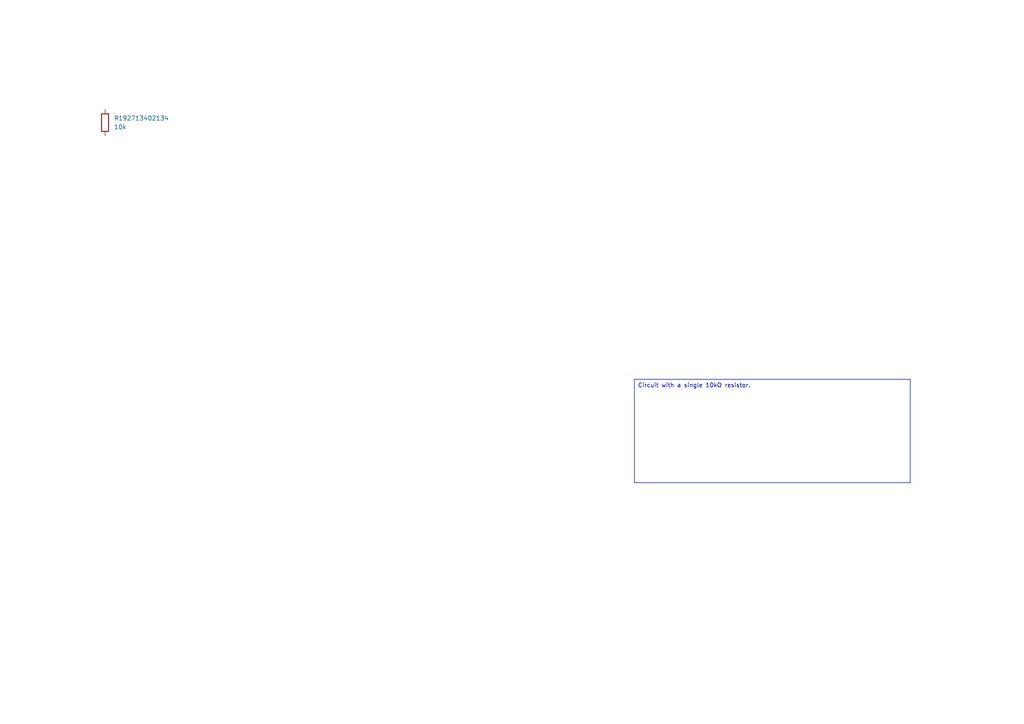
<source format=kicad_sch>
(kicad_sch (version 20250114) (generator "circuit_synth") (generator_version "0.8.36")
  (paper "A4")
  (lib_symbols
    (symbol "Device:R" (pin_numbers (hide yes)) (pin_names (offset 0))
      (property "Reference" "R" (at 2.032 0 90))
      (property "Value" "R" (at 0 0 90))
      (symbol "R_0_1"
        (rectangle (start -1.016 -2.54) (end 1.016 2.54) (stroke (width 0.254)))
      )
      (symbol "R_1_1"
        (pin passive line (at 0 3.81 270) (length 1.27) (name "~") (number "1"))
        (pin passive line (at 0 -3.81 90) (length 1.27) (name "~") (number "2"))
      )
    )
  )
  (symbol (lib_id "Device:R") (at 30.48 35.56 0) (unit 1)
    (property "Reference" "R192713402134" (at 33.02 34.2899 0) (effects (justify left)))
    (property "Value" "10k" (at 33.02 36.8299 0) (effects (justify left)))
    (property "Footprint" "Resistor_SMD:R_0603_1608Metric" (effects (hide yes)))
    (property "hierarchy_path" "/c9f4f9cc-6b20-4459-98c2-c5fb349c0661" (effects (hide yes)))
    (property "project_name" "single_resistor" (effects (hide yes)))
    (property "root_uuid" "c9f4f9cc-6b20-4459-98c2-c5fb349c0661" (effects (hide yes)))
  )
  (text_box "Circuit with a single 10kΩ resistor." (at 184 110 0.0000) (size 80 30) (margins 1 1 1 1) (stroke (width 0.0000)) (effects (font (size 1.2 1.2)) (justify left top)))
)
</source>
